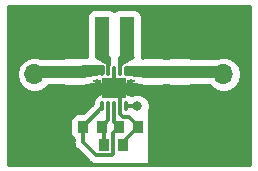
<source format=gbr>
G04 #@! TF.GenerationSoftware,KiCad,Pcbnew,(5.0.2)-1*
G04 #@! TF.CreationDate,2019-03-22T14:25:24+01:00*
G04 #@! TF.ProjectId,TPS63031,54505336-3330-4333-912e-6b696361645f,rev?*
G04 #@! TF.SameCoordinates,Original*
G04 #@! TF.FileFunction,Copper,L1,Top*
G04 #@! TF.FilePolarity,Positive*
%FSLAX46Y46*%
G04 Gerber Fmt 4.6, Leading zero omitted, Abs format (unit mm)*
G04 Created by KiCad (PCBNEW (5.0.2)-1) date 03/22/19 14:25:24*
%MOMM*%
%LPD*%
G01*
G04 APERTURE LIST*
G04 #@! TA.AperFunction,SMDPad,CuDef*
%ADD10R,1.400000X1.120000*%
G04 #@! TD*
G04 #@! TA.AperFunction,SMDPad,CuDef*
%ADD11R,0.820000X1.000000*%
G04 #@! TD*
G04 #@! TA.AperFunction,ComponentPad*
%ADD12R,1.700000X1.700000*%
G04 #@! TD*
G04 #@! TA.AperFunction,ComponentPad*
%ADD13O,1.700000X1.700000*%
G04 #@! TD*
G04 #@! TA.AperFunction,SMDPad,CuDef*
%ADD14R,1.300000X3.400000*%
G04 #@! TD*
G04 #@! TA.AperFunction,SMDPad,CuDef*
%ADD15R,0.700000X0.250000*%
G04 #@! TD*
G04 #@! TA.AperFunction,SMDPad,CuDef*
%ADD16O,0.280000X0.850000*%
G04 #@! TD*
G04 #@! TA.AperFunction,SMDPad,CuDef*
%ADD17R,0.280000X0.280000*%
G04 #@! TD*
G04 #@! TA.AperFunction,SMDPad,CuDef*
%ADD18R,2.150000X1.700000*%
G04 #@! TD*
G04 #@! TA.AperFunction,SMDPad,CuDef*
%ADD19R,0.900000X0.650000*%
G04 #@! TD*
G04 #@! TA.AperFunction,SMDPad,CuDef*
%ADD20R,0.600000X0.230000*%
G04 #@! TD*
G04 #@! TA.AperFunction,ViaPad*
%ADD21C,0.800000*%
G04 #@! TD*
G04 #@! TA.AperFunction,Conductor*
%ADD22C,1.000000*%
G04 #@! TD*
G04 #@! TA.AperFunction,Conductor*
%ADD23C,0.300000*%
G04 #@! TD*
G04 #@! TA.AperFunction,Conductor*
%ADD24C,0.254000*%
G04 #@! TD*
G04 APERTURE END LIST*
D10*
G04 #@! TO.P,C1,1*
G04 #@! TO.N,VCC*
X151384000Y-91322000D03*
G04 #@! TO.P,C1,2*
G04 #@! TO.N,GND*
X151384000Y-93082000D03*
G04 #@! TD*
D11*
G04 #@! TO.P,C2,1*
G04 #@! TO.N,/VINA*
X155156000Y-96012000D03*
G04 #@! TO.P,C2,2*
G04 #@! TO.N,GND*
X156756000Y-96012000D03*
G04 #@! TD*
D10*
G04 #@! TO.P,C3,2*
G04 #@! TO.N,GND*
X160274000Y-93082000D03*
G04 #@! TO.P,C3,1*
G04 #@! TO.N,+3V3*
X160274000Y-91322000D03*
G04 #@! TD*
G04 #@! TO.P,C4,1*
G04 #@! TO.N,+3V3*
X157988000Y-91322000D03*
G04 #@! TO.P,C4,2*
G04 #@! TO.N,GND*
X157988000Y-93082000D03*
G04 #@! TD*
D12*
G04 #@! TO.P,J1,1*
G04 #@! TO.N,GND*
X148000000Y-89000000D03*
D13*
G04 #@! TO.P,J1,2*
G04 #@! TO.N,VCC*
X148000000Y-91540000D03*
G04 #@! TO.P,J1,3*
G04 #@! TO.N,GND*
X148000000Y-94080000D03*
G04 #@! TD*
G04 #@! TO.P,J2,3*
G04 #@! TO.N,GND*
X164000000Y-94080000D03*
G04 #@! TO.P,J2,2*
G04 #@! TO.N,+3V3*
X164000000Y-91540000D03*
D12*
G04 #@! TO.P,J2,1*
G04 #@! TO.N,GND*
X164000000Y-89000000D03*
G04 #@! TD*
D14*
G04 #@! TO.P,L1,1*
G04 #@! TO.N,Net-(L1-Pad1)*
X153712200Y-88392000D03*
G04 #@! TO.P,L1,2*
G04 #@! TO.N,Net-(L1-Pad2)*
X155812200Y-88392000D03*
G04 #@! TD*
D11*
G04 #@! TO.P,R1,1*
G04 #@! TO.N,/VINA*
X152108000Y-96012000D03*
G04 #@! TO.P,R1,2*
G04 #@! TO.N,/PSSYNC*
X153708000Y-96012000D03*
G04 #@! TD*
G04 #@! TO.P,R2,2*
G04 #@! TO.N,GND*
X155486000Y-97536000D03*
G04 #@! TO.P,R2,1*
G04 #@! TO.N,/PSSYNC*
X153886000Y-97536000D03*
G04 #@! TD*
D15*
G04 #@! TO.P,U1,11*
G04 #@! TO.N,GND*
X153338001Y-92133001D03*
X153338001Y-93333001D03*
X156188001Y-92133001D03*
X156188001Y-93333001D03*
D16*
G04 #@! TO.P,U1,1*
G04 #@! TO.N,+3V3*
X155763001Y-91258001D03*
G04 #@! TO.P,U1,2*
G04 #@! TO.N,Net-(L1-Pad2)*
X155263001Y-91258001D03*
D17*
G04 #@! TO.P,U1,3*
G04 #@! TO.N,GND*
X154763001Y-90973001D03*
D16*
G04 #@! TO.P,U1,4*
G04 #@! TO.N,Net-(L1-Pad1)*
X154263001Y-91258001D03*
D17*
G04 #@! TO.P,U1,5*
G04 #@! TO.N,VCC*
X153763001Y-90973001D03*
D16*
G04 #@! TO.P,U1,6*
G04 #@! TO.N,/VINA*
X153763001Y-94208001D03*
G04 #@! TO.P,U1,7*
G04 #@! TO.N,/PSSYNC*
X154263001Y-94208001D03*
D17*
G04 #@! TO.P,U1,8*
G04 #@! TO.N,/VINA*
X154763001Y-94493001D03*
G04 #@! TO.P,U1,9*
G04 #@! TO.N,GND*
X155263001Y-94493001D03*
G04 #@! TO.P,U1,10*
G04 #@! TO.N,+3V3*
X155763001Y-94493001D03*
D15*
G04 #@! TO.P,U1,11*
G04 #@! TO.N,GND*
X156188001Y-92533001D03*
X156188001Y-92933001D03*
X153338001Y-92533001D03*
X153338001Y-92933001D03*
D18*
X154763001Y-92733001D03*
D17*
G04 #@! TO.P,U1,1*
G04 #@! TO.N,+3V3*
X155763001Y-90973001D03*
G04 #@! TO.P,U1,2*
G04 #@! TO.N,Net-(L1-Pad2)*
X155263001Y-90973001D03*
D16*
G04 #@! TO.P,U1,3*
G04 #@! TO.N,GND*
X154763001Y-91258001D03*
D17*
G04 #@! TO.P,U1,4*
G04 #@! TO.N,Net-(L1-Pad1)*
X154263001Y-90973001D03*
D16*
G04 #@! TO.P,U1,5*
G04 #@! TO.N,VCC*
X153763001Y-91258001D03*
D17*
G04 #@! TO.P,U1,6*
G04 #@! TO.N,/VINA*
X153763001Y-94493001D03*
G04 #@! TO.P,U1,7*
G04 #@! TO.N,/PSSYNC*
X154263001Y-94493001D03*
D16*
G04 #@! TO.P,U1,8*
G04 #@! TO.N,/VINA*
X154763001Y-94208001D03*
G04 #@! TO.P,U1,9*
G04 #@! TO.N,GND*
X155263001Y-94208001D03*
G04 #@! TO.P,U1,10*
G04 #@! TO.N,+3V3*
X155763001Y-94208001D03*
D19*
G04 #@! TO.P,U1,11*
G04 #@! TO.N,GND*
X155323001Y-92298001D03*
X154203001Y-93168001D03*
X154203001Y-92298001D03*
X155323001Y-93168001D03*
D20*
X156188001Y-92133001D03*
X156188001Y-92533001D03*
X156188001Y-92933001D03*
X156188001Y-93333001D03*
X153338001Y-92133001D03*
X153338001Y-92533001D03*
X153338001Y-92933001D03*
X153338001Y-93333001D03*
G04 #@! TD*
D21*
G04 #@! TO.N,GND*
X154763001Y-92733001D03*
X156188001Y-92735400D03*
X153338001Y-92735400D03*
G04 #@! TO.N,+3V3*
X156718000Y-94234000D03*
G04 #@! TD*
D22*
G04 #@! TO.N,VCC*
X148218000Y-91322000D02*
X148000000Y-91540000D01*
X151384000Y-91322000D02*
X148218000Y-91322000D01*
D23*
X151447999Y-91258001D02*
X151384000Y-91322000D01*
X153763001Y-91258001D02*
X151447999Y-91258001D01*
G04 #@! TO.N,GND*
X154763001Y-91258001D02*
X154763001Y-92733001D01*
X155263001Y-93233001D02*
X154763001Y-92733001D01*
X155263001Y-94208001D02*
X155263001Y-93233001D01*
X154414002Y-93082000D02*
X154763001Y-92733001D01*
X151384000Y-93082000D02*
X154414002Y-93082000D01*
X155112000Y-93082000D02*
X154763001Y-92733001D01*
X157988000Y-93082000D02*
X155112000Y-93082000D01*
X155486000Y-97282000D02*
X156756000Y-96012000D01*
X155486000Y-97536000D02*
X155486000Y-97282000D01*
X155491999Y-95161999D02*
X155995999Y-95161999D01*
X156756000Y-95922000D02*
X156756000Y-96012000D01*
X155995999Y-95161999D02*
X156756000Y-95922000D01*
X155263001Y-94933001D02*
X155491999Y-95161999D01*
X155263001Y-94208001D02*
X155263001Y-94933001D01*
X156185602Y-92733001D02*
X156188001Y-92735400D01*
X154763001Y-92733001D02*
X156185602Y-92733001D01*
X156188001Y-92133001D02*
X156188001Y-92735400D01*
X156188001Y-92735400D02*
X156188001Y-93333001D01*
X153340400Y-92733001D02*
X153338001Y-92735400D01*
X154763001Y-92733001D02*
X153340400Y-92733001D01*
X153338001Y-92133001D02*
X153338001Y-92735400D01*
X153338001Y-92735400D02*
X153338001Y-92933001D01*
G04 #@! TO.N,+3V3*
X157924001Y-91258001D02*
X157988000Y-91322000D01*
X155763001Y-91258001D02*
X157924001Y-91258001D01*
D22*
X157988000Y-91322000D02*
X160274000Y-91322000D01*
X163782000Y-91322000D02*
X164000000Y-91540000D01*
X160274000Y-91322000D02*
X163782000Y-91322000D01*
D23*
X155789000Y-94234000D02*
X155763001Y-94208001D01*
X156718000Y-94234000D02*
X155789000Y-94234000D01*
G04 #@! TO.N,Net-(L1-Pad1)*
X153712200Y-89653400D02*
X153712200Y-88392000D01*
X154263001Y-91258001D02*
X154263001Y-90204201D01*
X154263001Y-90204201D02*
X153712200Y-89653400D01*
G04 #@! TO.N,Net-(L1-Pad2)*
X155812200Y-89653400D02*
X155812200Y-88392000D01*
X155263001Y-91258001D02*
X155263001Y-90202599D01*
X155263001Y-90202599D02*
X155812200Y-89653400D01*
G04 #@! TO.N,/PSSYNC*
X153886000Y-97536000D02*
X153886000Y-96190000D01*
X153886000Y-96190000D02*
X153708000Y-96012000D01*
X154263001Y-95456999D02*
X154263001Y-94208001D01*
X153708000Y-96012000D02*
X154263001Y-95456999D01*
G04 #@! TO.N,/VINA*
X154763001Y-95619001D02*
X154763001Y-94208001D01*
X155156000Y-96012000D02*
X154763001Y-95619001D01*
X153763001Y-94356999D02*
X152108000Y-96012000D01*
X153763001Y-94208001D02*
X153763001Y-94356999D01*
X155156000Y-96012000D02*
X154686000Y-96482000D01*
X154686000Y-96482000D02*
X154686000Y-98298000D01*
X152108000Y-96812000D02*
X152108000Y-96012000D01*
X152108000Y-97298002D02*
X152108000Y-96812000D01*
X153195999Y-98386001D02*
X152108000Y-97298002D01*
X154597999Y-98386001D02*
X153195999Y-98386001D01*
X154686000Y-98298000D02*
X154597999Y-98386001D01*
G04 #@! TD*
D24*
G04 #@! TO.N,GND*
G36*
X166265001Y-99265000D02*
X145735000Y-99265000D01*
X145735000Y-95512000D01*
X151050560Y-95512000D01*
X151050560Y-96512000D01*
X151099843Y-96759765D01*
X151240191Y-96969809D01*
X151323000Y-97025141D01*
X151323000Y-97220690D01*
X151307622Y-97298002D01*
X151323000Y-97375314D01*
X151323000Y-97375317D01*
X151368546Y-97604293D01*
X151542047Y-97863955D01*
X151607592Y-97907751D01*
X152586252Y-98886412D01*
X152630046Y-98951954D01*
X152695588Y-98995748D01*
X152695590Y-98995750D01*
X152849185Y-99098379D01*
X152889707Y-99125455D01*
X153118683Y-99171001D01*
X153118687Y-99171001D01*
X153195999Y-99186379D01*
X153273311Y-99171001D01*
X154520687Y-99171001D01*
X154597999Y-99186379D01*
X154675311Y-99171001D01*
X154675315Y-99171001D01*
X154721386Y-99161837D01*
X157581582Y-99162250D01*
X157630201Y-99152583D01*
X157671403Y-99125053D01*
X157698933Y-99083851D01*
X157708600Y-99035250D01*
X157708600Y-94547065D01*
X157753000Y-94439874D01*
X157753000Y-94028126D01*
X157595431Y-93647720D01*
X157304280Y-93356569D01*
X156923874Y-93199000D01*
X156512126Y-93199000D01*
X156241923Y-93310922D01*
X156065391Y-93192967D01*
X155763001Y-93132818D01*
X155460612Y-93192967D01*
X155263002Y-93325006D01*
X155065391Y-93192967D01*
X154763001Y-93132818D01*
X154513001Y-93182546D01*
X154263001Y-93132818D01*
X154013001Y-93182546D01*
X153763001Y-93132818D01*
X153460612Y-93192967D01*
X153204258Y-93364257D01*
X153032967Y-93620611D01*
X152988001Y-93846671D01*
X152988001Y-93904980D01*
X152963667Y-93941399D01*
X152954000Y-93990000D01*
X152954000Y-94055842D01*
X152145283Y-94864560D01*
X151698000Y-94864560D01*
X151450235Y-94913843D01*
X151240191Y-95054191D01*
X151099843Y-95264235D01*
X151050560Y-95512000D01*
X145735000Y-95512000D01*
X145735000Y-91540000D01*
X146485908Y-91540000D01*
X146601161Y-92119418D01*
X146929375Y-92610625D01*
X147420582Y-92938839D01*
X147853744Y-93025000D01*
X148146256Y-93025000D01*
X148579418Y-92938839D01*
X149070625Y-92610625D01*
X149173274Y-92457000D01*
X150401578Y-92457000D01*
X150436235Y-92480157D01*
X150684000Y-92529440D01*
X152084000Y-92529440D01*
X152331765Y-92480157D01*
X152379375Y-92448344D01*
X153449461Y-92265585D01*
X153460611Y-92273035D01*
X153763001Y-92333184D01*
X154013001Y-92283456D01*
X154263001Y-92333184D01*
X154565390Y-92273035D01*
X154763001Y-92140996D01*
X154960611Y-92273035D01*
X155263001Y-92333184D01*
X155513001Y-92283456D01*
X155763001Y-92333184D01*
X155895111Y-92306906D01*
X156973687Y-92435691D01*
X157040235Y-92480157D01*
X157288000Y-92529440D01*
X158688000Y-92529440D01*
X158935765Y-92480157D01*
X158970422Y-92457000D01*
X159291578Y-92457000D01*
X159326235Y-92480157D01*
X159574000Y-92529440D01*
X160974000Y-92529440D01*
X161221765Y-92480157D01*
X161256422Y-92457000D01*
X162826726Y-92457000D01*
X162929375Y-92610625D01*
X163420582Y-92938839D01*
X163853744Y-93025000D01*
X164146256Y-93025000D01*
X164579418Y-92938839D01*
X165070625Y-92610625D01*
X165398839Y-92119418D01*
X165514092Y-91540000D01*
X165398839Y-90960582D01*
X165070625Y-90469375D01*
X164579418Y-90141161D01*
X164146256Y-90055000D01*
X163853744Y-90055000D01*
X163420582Y-90141161D01*
X163351979Y-90187000D01*
X161256422Y-90187000D01*
X161221765Y-90163843D01*
X160974000Y-90114560D01*
X159574000Y-90114560D01*
X159326235Y-90163843D01*
X159291578Y-90187000D01*
X158970422Y-90187000D01*
X158935765Y-90163843D01*
X158688000Y-90114560D01*
X157288000Y-90114560D01*
X157098233Y-90152307D01*
X157101906Y-90130881D01*
X157109640Y-90092000D01*
X157109640Y-90085767D01*
X157120350Y-90023292D01*
X157109640Y-89927601D01*
X157109640Y-86692000D01*
X157060357Y-86444235D01*
X156920009Y-86234191D01*
X156709965Y-86093843D01*
X156462200Y-86044560D01*
X155162200Y-86044560D01*
X154914435Y-86093843D01*
X154762200Y-86195564D01*
X154609965Y-86093843D01*
X154362200Y-86044560D01*
X153062200Y-86044560D01*
X152814435Y-86093843D01*
X152604391Y-86234191D01*
X152464043Y-86444235D01*
X152414760Y-86692000D01*
X152414760Y-90092000D01*
X152420170Y-90119200D01*
X152107327Y-90119200D01*
X152084000Y-90114560D01*
X150684000Y-90114560D01*
X150436235Y-90163843D01*
X150401578Y-90187000D01*
X148648021Y-90187000D01*
X148579418Y-90141161D01*
X148146256Y-90055000D01*
X147853744Y-90055000D01*
X147420582Y-90141161D01*
X146929375Y-90469375D01*
X146601161Y-90960582D01*
X146485908Y-91540000D01*
X145735000Y-91540000D01*
X145735000Y-85735000D01*
X166265000Y-85735000D01*
X166265001Y-99265000D01*
X166265001Y-99265000D01*
G37*
X166265001Y-99265000D02*
X145735000Y-99265000D01*
X145735000Y-95512000D01*
X151050560Y-95512000D01*
X151050560Y-96512000D01*
X151099843Y-96759765D01*
X151240191Y-96969809D01*
X151323000Y-97025141D01*
X151323000Y-97220690D01*
X151307622Y-97298002D01*
X151323000Y-97375314D01*
X151323000Y-97375317D01*
X151368546Y-97604293D01*
X151542047Y-97863955D01*
X151607592Y-97907751D01*
X152586252Y-98886412D01*
X152630046Y-98951954D01*
X152695588Y-98995748D01*
X152695590Y-98995750D01*
X152849185Y-99098379D01*
X152889707Y-99125455D01*
X153118683Y-99171001D01*
X153118687Y-99171001D01*
X153195999Y-99186379D01*
X153273311Y-99171001D01*
X154520687Y-99171001D01*
X154597999Y-99186379D01*
X154675311Y-99171001D01*
X154675315Y-99171001D01*
X154721386Y-99161837D01*
X157581582Y-99162250D01*
X157630201Y-99152583D01*
X157671403Y-99125053D01*
X157698933Y-99083851D01*
X157708600Y-99035250D01*
X157708600Y-94547065D01*
X157753000Y-94439874D01*
X157753000Y-94028126D01*
X157595431Y-93647720D01*
X157304280Y-93356569D01*
X156923874Y-93199000D01*
X156512126Y-93199000D01*
X156241923Y-93310922D01*
X156065391Y-93192967D01*
X155763001Y-93132818D01*
X155460612Y-93192967D01*
X155263002Y-93325006D01*
X155065391Y-93192967D01*
X154763001Y-93132818D01*
X154513001Y-93182546D01*
X154263001Y-93132818D01*
X154013001Y-93182546D01*
X153763001Y-93132818D01*
X153460612Y-93192967D01*
X153204258Y-93364257D01*
X153032967Y-93620611D01*
X152988001Y-93846671D01*
X152988001Y-93904980D01*
X152963667Y-93941399D01*
X152954000Y-93990000D01*
X152954000Y-94055842D01*
X152145283Y-94864560D01*
X151698000Y-94864560D01*
X151450235Y-94913843D01*
X151240191Y-95054191D01*
X151099843Y-95264235D01*
X151050560Y-95512000D01*
X145735000Y-95512000D01*
X145735000Y-91540000D01*
X146485908Y-91540000D01*
X146601161Y-92119418D01*
X146929375Y-92610625D01*
X147420582Y-92938839D01*
X147853744Y-93025000D01*
X148146256Y-93025000D01*
X148579418Y-92938839D01*
X149070625Y-92610625D01*
X149173274Y-92457000D01*
X150401578Y-92457000D01*
X150436235Y-92480157D01*
X150684000Y-92529440D01*
X152084000Y-92529440D01*
X152331765Y-92480157D01*
X152379375Y-92448344D01*
X153449461Y-92265585D01*
X153460611Y-92273035D01*
X153763001Y-92333184D01*
X154013001Y-92283456D01*
X154263001Y-92333184D01*
X154565390Y-92273035D01*
X154763001Y-92140996D01*
X154960611Y-92273035D01*
X155263001Y-92333184D01*
X155513001Y-92283456D01*
X155763001Y-92333184D01*
X155895111Y-92306906D01*
X156973687Y-92435691D01*
X157040235Y-92480157D01*
X157288000Y-92529440D01*
X158688000Y-92529440D01*
X158935765Y-92480157D01*
X158970422Y-92457000D01*
X159291578Y-92457000D01*
X159326235Y-92480157D01*
X159574000Y-92529440D01*
X160974000Y-92529440D01*
X161221765Y-92480157D01*
X161256422Y-92457000D01*
X162826726Y-92457000D01*
X162929375Y-92610625D01*
X163420582Y-92938839D01*
X163853744Y-93025000D01*
X164146256Y-93025000D01*
X164579418Y-92938839D01*
X165070625Y-92610625D01*
X165398839Y-92119418D01*
X165514092Y-91540000D01*
X165398839Y-90960582D01*
X165070625Y-90469375D01*
X164579418Y-90141161D01*
X164146256Y-90055000D01*
X163853744Y-90055000D01*
X163420582Y-90141161D01*
X163351979Y-90187000D01*
X161256422Y-90187000D01*
X161221765Y-90163843D01*
X160974000Y-90114560D01*
X159574000Y-90114560D01*
X159326235Y-90163843D01*
X159291578Y-90187000D01*
X158970422Y-90187000D01*
X158935765Y-90163843D01*
X158688000Y-90114560D01*
X157288000Y-90114560D01*
X157098233Y-90152307D01*
X157101906Y-90130881D01*
X157109640Y-90092000D01*
X157109640Y-90085767D01*
X157120350Y-90023292D01*
X157109640Y-89927601D01*
X157109640Y-86692000D01*
X157060357Y-86444235D01*
X156920009Y-86234191D01*
X156709965Y-86093843D01*
X156462200Y-86044560D01*
X155162200Y-86044560D01*
X154914435Y-86093843D01*
X154762200Y-86195564D01*
X154609965Y-86093843D01*
X154362200Y-86044560D01*
X153062200Y-86044560D01*
X152814435Y-86093843D01*
X152604391Y-86234191D01*
X152464043Y-86444235D01*
X152414760Y-86692000D01*
X152414760Y-90092000D01*
X152420170Y-90119200D01*
X152107327Y-90119200D01*
X152084000Y-90114560D01*
X150684000Y-90114560D01*
X150436235Y-90163843D01*
X150401578Y-90187000D01*
X148648021Y-90187000D01*
X148579418Y-90141161D01*
X148146256Y-90055000D01*
X147853744Y-90055000D01*
X147420582Y-90141161D01*
X146929375Y-90469375D01*
X146601161Y-90960582D01*
X146485908Y-91540000D01*
X145735000Y-91540000D01*
X145735000Y-85735000D01*
X166265000Y-85735000D01*
X166265001Y-99265000D01*
G04 #@! TO.N,VCC*
G36*
X153771600Y-91465400D02*
X153619200Y-91465400D01*
X153597819Y-91467213D01*
X152044400Y-91732521D01*
X152044400Y-90881200D01*
X153771600Y-90881200D01*
X153771600Y-91465400D01*
X153771600Y-91465400D01*
G37*
X153771600Y-91465400D02*
X153619200Y-91465400D01*
X153597819Y-91467213D01*
X152044400Y-91732521D01*
X152044400Y-90881200D01*
X153771600Y-90881200D01*
X153771600Y-91465400D01*
G04 #@! TO.N,+3V3*
G36*
X157480000Y-91728734D02*
X155920257Y-91542496D01*
X155905200Y-91541600D01*
X155752800Y-91541600D01*
X155752800Y-90957400D01*
X157480000Y-90957400D01*
X157480000Y-91728734D01*
X157480000Y-91728734D01*
G37*
X157480000Y-91728734D02*
X155920257Y-91542496D01*
X155905200Y-91541600D01*
X155752800Y-91541600D01*
X155752800Y-90957400D01*
X157480000Y-90957400D01*
X157480000Y-91728734D01*
G04 #@! TO.N,Net-(L1-Pad2)*
G36*
X155614230Y-90501340D02*
X155495412Y-90524974D01*
X155387247Y-90597247D01*
X155350262Y-90652600D01*
X155244055Y-90652600D01*
X155240470Y-90043000D01*
X156310227Y-90043000D01*
X155614230Y-90501340D01*
X155614230Y-90501340D01*
G37*
X155614230Y-90501340D02*
X155495412Y-90524974D01*
X155387247Y-90597247D01*
X155350262Y-90652600D01*
X155244055Y-90652600D01*
X155240470Y-90043000D01*
X156310227Y-90043000D01*
X155614230Y-90501340D01*
G04 #@! TO.N,Net-(L1-Pad1)*
G36*
X154282986Y-90728800D02*
X154243064Y-90728800D01*
X154217003Y-90689797D01*
X154195876Y-90672770D01*
X154184204Y-90665266D01*
X154138755Y-90597247D01*
X154030590Y-90524974D01*
X153937018Y-90506361D01*
X153216234Y-90043000D01*
X154301521Y-90043000D01*
X154282986Y-90728800D01*
X154282986Y-90728800D01*
G37*
X154282986Y-90728800D02*
X154243064Y-90728800D01*
X154217003Y-90689797D01*
X154195876Y-90672770D01*
X154184204Y-90665266D01*
X154138755Y-90597247D01*
X154030590Y-90524974D01*
X153937018Y-90506361D01*
X153216234Y-90043000D01*
X154301521Y-90043000D01*
X154282986Y-90728800D01*
G04 #@! TD*
M02*

</source>
